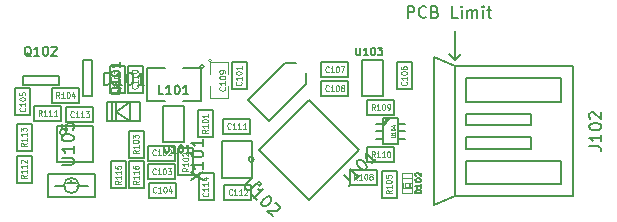
<source format=gto>
G04 (created by PCBNEW (2013-07-07 BZR 4022)-stable) date 15/02/2015 15:21:00*
%MOIN*%
G04 Gerber Fmt 3.4, Leading zero omitted, Abs format*
%FSLAX34Y34*%
G01*
G70*
G90*
G04 APERTURE LIST*
%ADD10C,0.00590551*%
%ADD11C,0.005*%
%ADD12C,0.0039*%
%ADD13C,0.006*%
%ADD14C,0.0026*%
%ADD15C,0.004*%
%ADD16C,0.0075*%
%ADD17C,0.008*%
%ADD18C,0.0043*%
%ADD19C,0.0045*%
%ADD20C,0.0024*%
G04 APERTURE END LIST*
G54D10*
G54D11*
X30071Y-15777D02*
X30071Y-16977D01*
X30071Y-16977D02*
X29771Y-16977D01*
X29771Y-16977D02*
X29771Y-15777D01*
X29771Y-15777D02*
X30071Y-15777D01*
X27746Y-16306D02*
X28946Y-16306D01*
X28946Y-16306D02*
X28946Y-16606D01*
X28946Y-16606D02*
X27746Y-16606D01*
X27746Y-16606D02*
X27746Y-16306D01*
X33125Y-18493D02*
X32425Y-18493D01*
X32425Y-18493D02*
X32425Y-17293D01*
X32425Y-17293D02*
X33125Y-17293D01*
X33125Y-17293D02*
X33125Y-18493D01*
X39059Y-15777D02*
X39759Y-15777D01*
X39759Y-15777D02*
X39759Y-16977D01*
X39759Y-16977D02*
X39059Y-16977D01*
X39059Y-16977D02*
X39059Y-15777D01*
G54D12*
X34041Y-15806D02*
G75*
G03X34041Y-15806I-50J0D01*
G74*
G01*
X33991Y-16256D02*
X33991Y-15856D01*
X33991Y-15856D02*
X34591Y-15856D01*
X34591Y-15856D02*
X34591Y-16256D01*
X34591Y-16656D02*
X34591Y-17056D01*
X34591Y-17056D02*
X33991Y-17056D01*
X33991Y-17056D02*
X33991Y-16656D01*
G54D11*
X28005Y-16715D02*
X28005Y-17615D01*
X28005Y-17615D02*
X27505Y-17615D01*
X27505Y-17615D02*
X27505Y-16715D01*
X27505Y-16715D02*
X28005Y-16715D01*
X38599Y-16982D02*
X37699Y-16982D01*
X37699Y-16982D02*
X37699Y-16482D01*
X37699Y-16482D02*
X38599Y-16482D01*
X38599Y-16482D02*
X38599Y-16982D01*
X38599Y-16352D02*
X37699Y-16352D01*
X37699Y-16352D02*
X37699Y-15852D01*
X37699Y-15852D02*
X38599Y-15852D01*
X38599Y-15852D02*
X38599Y-16352D01*
X40722Y-15849D02*
X40722Y-16749D01*
X40722Y-16749D02*
X40222Y-16749D01*
X40222Y-16749D02*
X40222Y-15849D01*
X40222Y-15849D02*
X40722Y-15849D01*
X38644Y-19435D02*
X39544Y-19435D01*
X39544Y-19435D02*
X39544Y-19935D01*
X39544Y-19935D02*
X38644Y-19935D01*
X38644Y-19935D02*
X38644Y-19435D01*
X39235Y-18687D02*
X40135Y-18687D01*
X40135Y-18687D02*
X40135Y-19187D01*
X40135Y-19187D02*
X39235Y-19187D01*
X39235Y-19187D02*
X39235Y-18687D01*
X39235Y-17112D02*
X40135Y-17112D01*
X40135Y-17112D02*
X40135Y-17612D01*
X40135Y-17612D02*
X39235Y-17612D01*
X39235Y-17612D02*
X39235Y-17112D01*
X31155Y-15967D02*
X31155Y-16867D01*
X31155Y-16867D02*
X30655Y-16867D01*
X30655Y-16867D02*
X30655Y-15967D01*
X30655Y-15967D02*
X31155Y-15967D01*
X31951Y-19868D02*
X32851Y-19868D01*
X32851Y-19868D02*
X32851Y-20368D01*
X32851Y-20368D02*
X31951Y-20368D01*
X31951Y-20368D02*
X31951Y-19868D01*
X28723Y-16718D02*
X29623Y-16718D01*
X29623Y-16718D02*
X29623Y-17218D01*
X29623Y-17218D02*
X28723Y-17218D01*
X28723Y-17218D02*
X28723Y-16718D01*
X31931Y-19257D02*
X32831Y-19257D01*
X32831Y-19257D02*
X32831Y-19757D01*
X32831Y-19757D02*
X31931Y-19757D01*
X31931Y-19757D02*
X31931Y-19257D01*
X32831Y-19127D02*
X31931Y-19127D01*
X31931Y-19127D02*
X31931Y-18627D01*
X31931Y-18627D02*
X32831Y-18627D01*
X32831Y-18627D02*
X32831Y-19127D01*
X32938Y-19623D02*
X32938Y-18723D01*
X32938Y-18723D02*
X33438Y-18723D01*
X33438Y-18723D02*
X33438Y-19623D01*
X33438Y-19623D02*
X32938Y-19623D01*
X31785Y-18132D02*
X31785Y-19032D01*
X31785Y-19032D02*
X31285Y-19032D01*
X31285Y-19032D02*
X31285Y-18132D01*
X31285Y-18132D02*
X31785Y-18132D01*
X35210Y-15849D02*
X35210Y-16749D01*
X35210Y-16749D02*
X34710Y-16749D01*
X34710Y-16749D02*
X34710Y-15849D01*
X34710Y-15849D02*
X35210Y-15849D01*
X33588Y-18343D02*
X33588Y-17443D01*
X33588Y-17443D02*
X34088Y-17443D01*
X34088Y-17443D02*
X34088Y-18343D01*
X34088Y-18343D02*
X33588Y-18343D01*
X40255Y-18149D02*
X40475Y-18149D01*
X39745Y-17974D02*
X40005Y-17714D01*
X39745Y-17914D02*
X39940Y-17714D01*
X40255Y-18404D02*
X40475Y-18404D01*
X40255Y-17894D02*
X40475Y-17894D01*
X39745Y-18149D02*
X39525Y-18149D01*
X39745Y-18404D02*
X39525Y-18404D01*
X39745Y-17894D02*
X39525Y-17894D01*
X40255Y-17714D02*
X40255Y-18584D01*
X40255Y-18584D02*
X39745Y-18584D01*
X39745Y-18584D02*
X39745Y-17714D01*
X39745Y-17714D02*
X40255Y-17714D01*
G54D10*
X35450Y-19085D02*
G75*
G03X35450Y-19085I-88J0D01*
G74*
G01*
X37283Y-17109D02*
X38953Y-18779D01*
X38953Y-18779D02*
X37283Y-20449D01*
X37283Y-20449D02*
X35613Y-18779D01*
X35613Y-18779D02*
X37283Y-17109D01*
X41456Y-15688D02*
X41456Y-20610D01*
X42145Y-20314D02*
X41456Y-20610D01*
X42145Y-15984D02*
X41456Y-15688D01*
X42145Y-15787D02*
X41948Y-15590D01*
X42145Y-14803D02*
X42145Y-15787D01*
X42145Y-15787D02*
X42342Y-15590D01*
X42539Y-19133D02*
X45688Y-19133D01*
X45688Y-19133D02*
X45688Y-19921D01*
X45688Y-19921D02*
X42539Y-19921D01*
X42539Y-19921D02*
X42539Y-19133D01*
X42539Y-18346D02*
X44704Y-18346D01*
X44704Y-18346D02*
X44704Y-18740D01*
X44704Y-18740D02*
X42539Y-18740D01*
X42539Y-18740D02*
X42539Y-18346D01*
X42539Y-17559D02*
X44704Y-17559D01*
X44704Y-17559D02*
X44704Y-17952D01*
X44704Y-17952D02*
X42539Y-17952D01*
X42539Y-17952D02*
X42539Y-17559D01*
X42539Y-16377D02*
X42539Y-17165D01*
X42539Y-17165D02*
X45688Y-17165D01*
X45688Y-17165D02*
X45688Y-16377D01*
X45688Y-16377D02*
X42539Y-16377D01*
X42145Y-15984D02*
X42145Y-20314D01*
X42145Y-20314D02*
X46082Y-20314D01*
X46082Y-20314D02*
X46082Y-15984D01*
X46082Y-15984D02*
X42145Y-15984D01*
X35965Y-17813D02*
X35258Y-17105D01*
X35258Y-17105D02*
X36496Y-15868D01*
X36496Y-15868D02*
X36849Y-15868D01*
X35965Y-17813D02*
X37203Y-16575D01*
X37203Y-16575D02*
X37203Y-16222D01*
G54D11*
X33796Y-15994D02*
G75*
G03X33796Y-15994I-70J0D01*
G74*
G01*
X33075Y-17144D02*
X33675Y-17144D01*
X33675Y-17144D02*
X33675Y-16044D01*
X33675Y-16044D02*
X33075Y-16044D01*
X32475Y-16044D02*
X31875Y-16044D01*
X31875Y-16044D02*
X31875Y-17144D01*
X31875Y-17144D02*
X32475Y-17144D01*
X30694Y-20056D02*
X30694Y-19156D01*
X30694Y-19156D02*
X31194Y-19156D01*
X31194Y-19156D02*
X31194Y-20056D01*
X31194Y-20056D02*
X30694Y-20056D01*
X31785Y-19156D02*
X31785Y-20056D01*
X31785Y-20056D02*
X31285Y-20056D01*
X31285Y-20056D02*
X31285Y-19156D01*
X31285Y-19156D02*
X31785Y-19156D01*
X29032Y-17809D02*
X28132Y-17809D01*
X28132Y-17809D02*
X28132Y-17309D01*
X28132Y-17309D02*
X29032Y-17309D01*
X29032Y-17309D02*
X29032Y-17809D01*
X27545Y-18796D02*
X27545Y-17896D01*
X27545Y-17896D02*
X28045Y-17896D01*
X28045Y-17896D02*
X28045Y-18796D01*
X28045Y-18796D02*
X27545Y-18796D01*
X28045Y-18959D02*
X28045Y-19859D01*
X28045Y-19859D02*
X27545Y-19859D01*
X27545Y-19859D02*
X27545Y-18959D01*
X27545Y-18959D02*
X28045Y-18959D01*
X35331Y-18242D02*
X34431Y-18242D01*
X34431Y-18242D02*
X34431Y-17742D01*
X34431Y-17742D02*
X35331Y-17742D01*
X35331Y-17742D02*
X35331Y-18242D01*
X31246Y-16867D02*
X31246Y-15967D01*
X31246Y-15967D02*
X31746Y-15967D01*
X31746Y-15967D02*
X31746Y-16867D01*
X31746Y-16867D02*
X31246Y-16867D01*
G54D13*
X29188Y-18182D02*
G75*
G03X29188Y-18182I-100J0D01*
G74*
G01*
X28888Y-19182D02*
X28888Y-17982D01*
X28888Y-17982D02*
X30088Y-17982D01*
X30088Y-17982D02*
X30088Y-19182D01*
X30088Y-19182D02*
X28888Y-19182D01*
G54D10*
X35700Y-19901D02*
G75*
G03X35700Y-19901I-70J0D01*
G74*
G01*
X34389Y-19724D02*
X34389Y-18464D01*
X34389Y-18464D02*
X35374Y-18464D01*
X35374Y-18464D02*
X35374Y-19724D01*
X35374Y-19724D02*
X34389Y-19724D01*
G54D11*
X35371Y-20446D02*
X34471Y-20446D01*
X34471Y-20446D02*
X34471Y-19946D01*
X34471Y-19946D02*
X35371Y-19946D01*
X35371Y-19946D02*
X35371Y-20446D01*
G54D10*
X30846Y-17500D02*
X31318Y-17185D01*
X31318Y-17185D02*
X31318Y-17814D01*
X31318Y-17814D02*
X30846Y-17500D01*
X30728Y-17185D02*
X30728Y-17814D01*
X30846Y-17185D02*
X30846Y-17814D01*
X30570Y-17185D02*
X31673Y-17185D01*
X31673Y-17185D02*
X31673Y-17814D01*
X31673Y-17814D02*
X30570Y-17814D01*
X30570Y-17814D02*
X30570Y-17185D01*
G54D11*
X40210Y-19471D02*
X40210Y-20371D01*
X40210Y-20371D02*
X39710Y-20371D01*
X39710Y-20371D02*
X39710Y-19471D01*
X39710Y-19471D02*
X40210Y-19471D01*
G54D14*
X40728Y-20058D02*
X40374Y-20058D01*
X40374Y-20058D02*
X40374Y-20215D01*
X40728Y-20215D02*
X40374Y-20215D01*
X40728Y-20058D02*
X40728Y-20215D01*
X40728Y-19547D02*
X40374Y-19547D01*
X40374Y-19547D02*
X40374Y-19704D01*
X40728Y-19704D02*
X40374Y-19704D01*
X40728Y-19547D02*
X40728Y-19704D01*
X40728Y-19881D02*
X40669Y-19881D01*
X40669Y-19881D02*
X40669Y-19999D01*
X40728Y-19999D02*
X40669Y-19999D01*
X40728Y-19881D02*
X40728Y-19999D01*
X40433Y-19881D02*
X40374Y-19881D01*
X40374Y-19881D02*
X40374Y-19999D01*
X40433Y-19999D02*
X40374Y-19999D01*
X40433Y-19881D02*
X40433Y-19999D01*
X40610Y-19881D02*
X40492Y-19881D01*
X40492Y-19881D02*
X40492Y-19999D01*
X40610Y-19999D02*
X40492Y-19999D01*
X40610Y-19881D02*
X40610Y-19999D01*
G54D15*
X40708Y-20058D02*
X40708Y-19704D01*
X40394Y-20058D02*
X40394Y-19704D01*
G54D11*
X30095Y-17848D02*
X29195Y-17848D01*
X29195Y-17848D02*
X29195Y-17348D01*
X29195Y-17348D02*
X30095Y-17348D01*
X30095Y-17348D02*
X30095Y-17848D01*
X34108Y-19550D02*
X34108Y-20450D01*
X34108Y-20450D02*
X33608Y-20450D01*
X33608Y-20450D02*
X33608Y-19550D01*
X33608Y-19550D02*
X34108Y-19550D01*
G54D10*
X29370Y-19763D02*
X29370Y-19881D01*
X29212Y-19881D02*
X29527Y-19881D01*
X29566Y-19960D02*
X29921Y-19960D01*
X28818Y-19960D02*
X29173Y-19960D01*
X29622Y-19960D02*
G75*
G03X29622Y-19960I-252J0D01*
G74*
G01*
X28582Y-19566D02*
X30157Y-19566D01*
X30157Y-19566D02*
X30157Y-20354D01*
X30157Y-20354D02*
X28582Y-20354D01*
X28582Y-20354D02*
X28582Y-19566D01*
G54D16*
X31021Y-16692D02*
X31006Y-16720D01*
X30978Y-16749D01*
X30935Y-16792D01*
X30921Y-16820D01*
X30921Y-16849D01*
X30992Y-16835D02*
X30978Y-16863D01*
X30949Y-16892D01*
X30892Y-16906D01*
X30792Y-16906D01*
X30735Y-16892D01*
X30706Y-16863D01*
X30692Y-16835D01*
X30692Y-16777D01*
X30706Y-16749D01*
X30735Y-16720D01*
X30792Y-16706D01*
X30892Y-16706D01*
X30949Y-16720D01*
X30978Y-16749D01*
X30992Y-16777D01*
X30992Y-16835D01*
X30992Y-16420D02*
X30992Y-16592D01*
X30992Y-16506D02*
X30692Y-16506D01*
X30735Y-16535D01*
X30764Y-16563D01*
X30778Y-16592D01*
X30692Y-16235D02*
X30692Y-16206D01*
X30706Y-16177D01*
X30721Y-16163D01*
X30749Y-16149D01*
X30806Y-16135D01*
X30878Y-16135D01*
X30935Y-16149D01*
X30964Y-16163D01*
X30978Y-16177D01*
X30992Y-16206D01*
X30992Y-16235D01*
X30978Y-16263D01*
X30964Y-16277D01*
X30935Y-16292D01*
X30878Y-16306D01*
X30806Y-16306D01*
X30749Y-16292D01*
X30721Y-16277D01*
X30706Y-16263D01*
X30692Y-16235D01*
X30992Y-15849D02*
X30992Y-16020D01*
X30992Y-15935D02*
X30692Y-15935D01*
X30735Y-15963D01*
X30764Y-15992D01*
X30778Y-16020D01*
G54D17*
G54D16*
X28032Y-15656D02*
X28003Y-15642D01*
X27975Y-15613D01*
X27932Y-15570D01*
X27903Y-15556D01*
X27875Y-15556D01*
X27889Y-15628D02*
X27860Y-15613D01*
X27832Y-15585D01*
X27817Y-15528D01*
X27817Y-15428D01*
X27832Y-15370D01*
X27860Y-15342D01*
X27889Y-15328D01*
X27946Y-15328D01*
X27975Y-15342D01*
X28003Y-15370D01*
X28017Y-15428D01*
X28017Y-15528D01*
X28003Y-15585D01*
X27975Y-15613D01*
X27946Y-15628D01*
X27889Y-15628D01*
X28303Y-15628D02*
X28132Y-15628D01*
X28217Y-15628D02*
X28217Y-15328D01*
X28189Y-15370D01*
X28160Y-15399D01*
X28132Y-15413D01*
X28489Y-15328D02*
X28517Y-15328D01*
X28546Y-15342D01*
X28560Y-15356D01*
X28575Y-15385D01*
X28589Y-15442D01*
X28589Y-15513D01*
X28575Y-15570D01*
X28560Y-15599D01*
X28546Y-15613D01*
X28517Y-15628D01*
X28489Y-15628D01*
X28460Y-15613D01*
X28446Y-15599D01*
X28432Y-15570D01*
X28417Y-15513D01*
X28417Y-15442D01*
X28432Y-15385D01*
X28446Y-15356D01*
X28460Y-15342D01*
X28489Y-15328D01*
X28703Y-15356D02*
X28717Y-15342D01*
X28746Y-15328D01*
X28817Y-15328D01*
X28846Y-15342D01*
X28860Y-15356D01*
X28875Y-15385D01*
X28875Y-15413D01*
X28860Y-15456D01*
X28689Y-15628D01*
X28875Y-15628D01*
G54D17*
G54D11*
X32465Y-18610D02*
X32465Y-18813D01*
X32476Y-18837D01*
X32488Y-18848D01*
X32512Y-18860D01*
X32560Y-18860D01*
X32584Y-18848D01*
X32595Y-18837D01*
X32607Y-18813D01*
X32607Y-18610D01*
X32857Y-18860D02*
X32715Y-18860D01*
X32786Y-18860D02*
X32786Y-18610D01*
X32762Y-18646D01*
X32738Y-18670D01*
X32715Y-18682D01*
X33012Y-18610D02*
X33036Y-18610D01*
X33060Y-18622D01*
X33072Y-18634D01*
X33084Y-18658D01*
X33095Y-18706D01*
X33095Y-18765D01*
X33084Y-18813D01*
X33072Y-18837D01*
X33060Y-18848D01*
X33036Y-18860D01*
X33012Y-18860D01*
X32988Y-18848D01*
X32976Y-18837D01*
X32965Y-18813D01*
X32953Y-18765D01*
X32953Y-18706D01*
X32965Y-18658D01*
X32976Y-18634D01*
X32988Y-18622D01*
X33012Y-18610D01*
X33334Y-18860D02*
X33191Y-18860D01*
X33262Y-18860D02*
X33262Y-18610D01*
X33238Y-18646D01*
X33215Y-18670D01*
X33191Y-18682D01*
X38862Y-15363D02*
X38862Y-15565D01*
X38874Y-15589D01*
X38886Y-15601D01*
X38910Y-15613D01*
X38958Y-15613D01*
X38981Y-15601D01*
X38993Y-15589D01*
X39005Y-15565D01*
X39005Y-15363D01*
X39255Y-15613D02*
X39112Y-15613D01*
X39184Y-15613D02*
X39184Y-15363D01*
X39160Y-15398D01*
X39136Y-15422D01*
X39112Y-15434D01*
X39410Y-15363D02*
X39434Y-15363D01*
X39458Y-15375D01*
X39470Y-15386D01*
X39481Y-15410D01*
X39493Y-15458D01*
X39493Y-15517D01*
X39481Y-15565D01*
X39470Y-15589D01*
X39458Y-15601D01*
X39434Y-15613D01*
X39410Y-15613D01*
X39386Y-15601D01*
X39374Y-15589D01*
X39362Y-15565D01*
X39350Y-15517D01*
X39350Y-15458D01*
X39362Y-15410D01*
X39374Y-15386D01*
X39386Y-15375D01*
X39410Y-15363D01*
X39577Y-15363D02*
X39731Y-15363D01*
X39648Y-15458D01*
X39684Y-15458D01*
X39708Y-15470D01*
X39720Y-15482D01*
X39731Y-15506D01*
X39731Y-15565D01*
X39720Y-15589D01*
X39708Y-15601D01*
X39684Y-15613D01*
X39612Y-15613D01*
X39589Y-15601D01*
X39577Y-15589D01*
G54D18*
X34477Y-16677D02*
X34486Y-16686D01*
X34496Y-16714D01*
X34496Y-16733D01*
X34486Y-16761D01*
X34467Y-16780D01*
X34449Y-16789D01*
X34411Y-16799D01*
X34383Y-16799D01*
X34345Y-16789D01*
X34327Y-16780D01*
X34308Y-16761D01*
X34299Y-16733D01*
X34299Y-16714D01*
X34308Y-16686D01*
X34317Y-16677D01*
X34496Y-16489D02*
X34496Y-16602D01*
X34496Y-16545D02*
X34299Y-16545D01*
X34327Y-16564D01*
X34345Y-16583D01*
X34355Y-16602D01*
X34299Y-16367D02*
X34299Y-16348D01*
X34308Y-16330D01*
X34317Y-16320D01*
X34336Y-16311D01*
X34374Y-16301D01*
X34421Y-16301D01*
X34458Y-16311D01*
X34477Y-16320D01*
X34486Y-16330D01*
X34496Y-16348D01*
X34496Y-16367D01*
X34486Y-16386D01*
X34477Y-16395D01*
X34458Y-16405D01*
X34421Y-16414D01*
X34374Y-16414D01*
X34336Y-16405D01*
X34317Y-16395D01*
X34308Y-16386D01*
X34299Y-16367D01*
X34496Y-16208D02*
X34496Y-16170D01*
X34486Y-16151D01*
X34477Y-16142D01*
X34449Y-16123D01*
X34411Y-16114D01*
X34336Y-16114D01*
X34317Y-16123D01*
X34308Y-16133D01*
X34299Y-16151D01*
X34299Y-16189D01*
X34308Y-16208D01*
X34317Y-16217D01*
X34336Y-16226D01*
X34383Y-16226D01*
X34402Y-16217D01*
X34411Y-16208D01*
X34421Y-16189D01*
X34421Y-16151D01*
X34411Y-16133D01*
X34402Y-16123D01*
X34383Y-16114D01*
G54D19*
X27817Y-17366D02*
X27827Y-17375D01*
X27836Y-17401D01*
X27836Y-17418D01*
X27827Y-17443D01*
X27808Y-17461D01*
X27789Y-17469D01*
X27751Y-17478D01*
X27722Y-17478D01*
X27684Y-17469D01*
X27665Y-17461D01*
X27646Y-17443D01*
X27636Y-17418D01*
X27636Y-17401D01*
X27646Y-17375D01*
X27655Y-17366D01*
X27836Y-17195D02*
X27836Y-17298D01*
X27836Y-17246D02*
X27636Y-17246D01*
X27665Y-17263D01*
X27684Y-17281D01*
X27694Y-17298D01*
X27636Y-17083D02*
X27636Y-17066D01*
X27646Y-17049D01*
X27655Y-17041D01*
X27674Y-17032D01*
X27713Y-17023D01*
X27760Y-17023D01*
X27798Y-17032D01*
X27817Y-17041D01*
X27827Y-17049D01*
X27836Y-17066D01*
X27836Y-17083D01*
X27827Y-17101D01*
X27817Y-17109D01*
X27798Y-17118D01*
X27760Y-17126D01*
X27713Y-17126D01*
X27674Y-17118D01*
X27655Y-17109D01*
X27646Y-17101D01*
X27636Y-17083D01*
X27636Y-16861D02*
X27636Y-16946D01*
X27732Y-16955D01*
X27722Y-16946D01*
X27713Y-16929D01*
X27713Y-16886D01*
X27722Y-16869D01*
X27732Y-16861D01*
X27751Y-16852D01*
X27798Y-16852D01*
X27817Y-16861D01*
X27827Y-16869D01*
X27836Y-16886D01*
X27836Y-16929D01*
X27827Y-16946D01*
X27817Y-16955D01*
X37948Y-16794D02*
X37939Y-16803D01*
X37913Y-16813D01*
X37896Y-16813D01*
X37871Y-16803D01*
X37853Y-16784D01*
X37845Y-16765D01*
X37836Y-16727D01*
X37836Y-16698D01*
X37845Y-16660D01*
X37853Y-16641D01*
X37871Y-16622D01*
X37896Y-16613D01*
X37913Y-16613D01*
X37939Y-16622D01*
X37948Y-16632D01*
X38119Y-16813D02*
X38016Y-16813D01*
X38068Y-16813D02*
X38068Y-16613D01*
X38051Y-16641D01*
X38033Y-16660D01*
X38016Y-16670D01*
X38231Y-16613D02*
X38248Y-16613D01*
X38265Y-16622D01*
X38273Y-16632D01*
X38282Y-16651D01*
X38291Y-16689D01*
X38291Y-16737D01*
X38282Y-16775D01*
X38273Y-16794D01*
X38265Y-16803D01*
X38248Y-16813D01*
X38231Y-16813D01*
X38213Y-16803D01*
X38205Y-16794D01*
X38196Y-16775D01*
X38188Y-16737D01*
X38188Y-16689D01*
X38196Y-16651D01*
X38205Y-16632D01*
X38213Y-16622D01*
X38231Y-16613D01*
X38393Y-16698D02*
X38376Y-16689D01*
X38368Y-16679D01*
X38359Y-16660D01*
X38359Y-16651D01*
X38368Y-16632D01*
X38376Y-16622D01*
X38393Y-16613D01*
X38428Y-16613D01*
X38445Y-16622D01*
X38453Y-16632D01*
X38462Y-16651D01*
X38462Y-16660D01*
X38453Y-16679D01*
X38445Y-16689D01*
X38428Y-16698D01*
X38393Y-16698D01*
X38376Y-16708D01*
X38368Y-16717D01*
X38359Y-16737D01*
X38359Y-16775D01*
X38368Y-16794D01*
X38376Y-16803D01*
X38393Y-16813D01*
X38428Y-16813D01*
X38445Y-16803D01*
X38453Y-16794D01*
X38462Y-16775D01*
X38462Y-16737D01*
X38453Y-16717D01*
X38445Y-16708D01*
X38428Y-16698D01*
X37948Y-16164D02*
X37939Y-16173D01*
X37913Y-16183D01*
X37896Y-16183D01*
X37871Y-16173D01*
X37853Y-16154D01*
X37845Y-16135D01*
X37836Y-16097D01*
X37836Y-16069D01*
X37845Y-16030D01*
X37853Y-16011D01*
X37871Y-15992D01*
X37896Y-15983D01*
X37913Y-15983D01*
X37939Y-15992D01*
X37948Y-16002D01*
X38119Y-16183D02*
X38016Y-16183D01*
X38068Y-16183D02*
X38068Y-15983D01*
X38051Y-16011D01*
X38033Y-16030D01*
X38016Y-16040D01*
X38231Y-15983D02*
X38248Y-15983D01*
X38265Y-15992D01*
X38273Y-16002D01*
X38282Y-16021D01*
X38291Y-16059D01*
X38291Y-16107D01*
X38282Y-16145D01*
X38273Y-16164D01*
X38265Y-16173D01*
X38248Y-16183D01*
X38231Y-16183D01*
X38213Y-16173D01*
X38205Y-16164D01*
X38196Y-16145D01*
X38188Y-16107D01*
X38188Y-16059D01*
X38196Y-16021D01*
X38205Y-16002D01*
X38213Y-15992D01*
X38231Y-15983D01*
X38351Y-15983D02*
X38471Y-15983D01*
X38393Y-16183D01*
X40534Y-16500D02*
X40543Y-16509D01*
X40553Y-16534D01*
X40553Y-16552D01*
X40543Y-16577D01*
X40524Y-16594D01*
X40505Y-16603D01*
X40467Y-16612D01*
X40439Y-16612D01*
X40401Y-16603D01*
X40381Y-16594D01*
X40362Y-16577D01*
X40353Y-16552D01*
X40353Y-16534D01*
X40362Y-16509D01*
X40372Y-16500D01*
X40553Y-16329D02*
X40553Y-16432D01*
X40553Y-16380D02*
X40353Y-16380D01*
X40381Y-16397D01*
X40401Y-16414D01*
X40410Y-16432D01*
X40353Y-16217D02*
X40353Y-16200D01*
X40362Y-16183D01*
X40372Y-16174D01*
X40391Y-16166D01*
X40429Y-16157D01*
X40477Y-16157D01*
X40515Y-16166D01*
X40534Y-16174D01*
X40543Y-16183D01*
X40553Y-16200D01*
X40553Y-16217D01*
X40543Y-16234D01*
X40534Y-16243D01*
X40515Y-16252D01*
X40477Y-16260D01*
X40429Y-16260D01*
X40391Y-16252D01*
X40372Y-16243D01*
X40362Y-16234D01*
X40353Y-16217D01*
X40353Y-16003D02*
X40353Y-16037D01*
X40362Y-16054D01*
X40372Y-16063D01*
X40401Y-16080D01*
X40439Y-16089D01*
X40515Y-16089D01*
X40534Y-16080D01*
X40543Y-16072D01*
X40553Y-16054D01*
X40553Y-16020D01*
X40543Y-16003D01*
X40534Y-15994D01*
X40515Y-15986D01*
X40467Y-15986D01*
X40448Y-15994D01*
X40439Y-16003D01*
X40429Y-16020D01*
X40429Y-16054D01*
X40439Y-16072D01*
X40448Y-16080D01*
X40467Y-16089D01*
X38893Y-19765D02*
X38833Y-19670D01*
X38790Y-19765D02*
X38790Y-19565D01*
X38858Y-19565D01*
X38875Y-19575D01*
X38884Y-19585D01*
X38893Y-19604D01*
X38893Y-19632D01*
X38884Y-19651D01*
X38875Y-19661D01*
X38858Y-19670D01*
X38790Y-19670D01*
X39064Y-19765D02*
X38961Y-19765D01*
X39013Y-19765D02*
X39013Y-19565D01*
X38995Y-19594D01*
X38978Y-19613D01*
X38961Y-19623D01*
X39175Y-19565D02*
X39193Y-19565D01*
X39210Y-19575D01*
X39218Y-19585D01*
X39227Y-19604D01*
X39235Y-19642D01*
X39235Y-19689D01*
X39227Y-19727D01*
X39218Y-19746D01*
X39210Y-19756D01*
X39193Y-19765D01*
X39175Y-19765D01*
X39158Y-19756D01*
X39150Y-19746D01*
X39141Y-19727D01*
X39133Y-19689D01*
X39133Y-19642D01*
X39141Y-19604D01*
X39150Y-19585D01*
X39158Y-19575D01*
X39175Y-19565D01*
X39338Y-19651D02*
X39321Y-19642D01*
X39313Y-19632D01*
X39304Y-19613D01*
X39304Y-19604D01*
X39313Y-19585D01*
X39321Y-19575D01*
X39338Y-19565D01*
X39373Y-19565D01*
X39390Y-19575D01*
X39398Y-19585D01*
X39407Y-19604D01*
X39407Y-19613D01*
X39398Y-19632D01*
X39390Y-19642D01*
X39373Y-19651D01*
X39338Y-19651D01*
X39321Y-19661D01*
X39313Y-19670D01*
X39304Y-19689D01*
X39304Y-19727D01*
X39313Y-19746D01*
X39321Y-19756D01*
X39338Y-19765D01*
X39373Y-19765D01*
X39390Y-19756D01*
X39398Y-19746D01*
X39407Y-19727D01*
X39407Y-19689D01*
X39398Y-19670D01*
X39390Y-19661D01*
X39373Y-19651D01*
X39483Y-19017D02*
X39423Y-18922D01*
X39380Y-19017D02*
X39380Y-18817D01*
X39449Y-18817D01*
X39466Y-18827D01*
X39475Y-18837D01*
X39483Y-18856D01*
X39483Y-18884D01*
X39475Y-18903D01*
X39466Y-18913D01*
X39449Y-18922D01*
X39380Y-18922D01*
X39655Y-19017D02*
X39552Y-19017D01*
X39603Y-19017D02*
X39603Y-18817D01*
X39586Y-18846D01*
X39569Y-18865D01*
X39552Y-18875D01*
X39826Y-19017D02*
X39723Y-19017D01*
X39775Y-19017D02*
X39775Y-18817D01*
X39757Y-18846D01*
X39740Y-18865D01*
X39723Y-18875D01*
X39937Y-18817D02*
X39955Y-18817D01*
X39972Y-18827D01*
X39980Y-18837D01*
X39989Y-18856D01*
X39997Y-18894D01*
X39997Y-18941D01*
X39989Y-18979D01*
X39980Y-18998D01*
X39972Y-19008D01*
X39955Y-19017D01*
X39937Y-19017D01*
X39920Y-19008D01*
X39912Y-18998D01*
X39903Y-18979D01*
X39895Y-18941D01*
X39895Y-18894D01*
X39903Y-18856D01*
X39912Y-18837D01*
X39920Y-18827D01*
X39937Y-18817D01*
X39483Y-17443D02*
X39423Y-17347D01*
X39380Y-17443D02*
X39380Y-17243D01*
X39449Y-17243D01*
X39466Y-17252D01*
X39475Y-17262D01*
X39483Y-17281D01*
X39483Y-17309D01*
X39475Y-17328D01*
X39466Y-17338D01*
X39449Y-17347D01*
X39380Y-17347D01*
X39655Y-17443D02*
X39552Y-17443D01*
X39603Y-17443D02*
X39603Y-17243D01*
X39586Y-17271D01*
X39569Y-17290D01*
X39552Y-17300D01*
X39766Y-17243D02*
X39783Y-17243D01*
X39800Y-17252D01*
X39809Y-17262D01*
X39817Y-17281D01*
X39826Y-17319D01*
X39826Y-17366D01*
X39817Y-17405D01*
X39809Y-17424D01*
X39800Y-17433D01*
X39783Y-17443D01*
X39766Y-17443D01*
X39749Y-17433D01*
X39740Y-17424D01*
X39732Y-17405D01*
X39723Y-17366D01*
X39723Y-17319D01*
X39732Y-17281D01*
X39740Y-17262D01*
X39749Y-17252D01*
X39766Y-17243D01*
X39912Y-17443D02*
X39946Y-17443D01*
X39963Y-17433D01*
X39972Y-17424D01*
X39989Y-17395D01*
X39997Y-17357D01*
X39997Y-17281D01*
X39989Y-17262D01*
X39980Y-17252D01*
X39963Y-17243D01*
X39929Y-17243D01*
X39912Y-17252D01*
X39903Y-17262D01*
X39895Y-17281D01*
X39895Y-17328D01*
X39903Y-17347D01*
X39912Y-17357D01*
X39929Y-17366D01*
X39963Y-17366D01*
X39980Y-17357D01*
X39989Y-17347D01*
X39997Y-17328D01*
X30986Y-16618D02*
X30891Y-16678D01*
X30986Y-16721D02*
X30786Y-16721D01*
X30786Y-16653D01*
X30795Y-16635D01*
X30805Y-16627D01*
X30824Y-16618D01*
X30853Y-16618D01*
X30872Y-16627D01*
X30881Y-16635D01*
X30891Y-16653D01*
X30891Y-16721D01*
X30986Y-16447D02*
X30986Y-16550D01*
X30986Y-16498D02*
X30786Y-16498D01*
X30815Y-16515D01*
X30834Y-16533D01*
X30843Y-16550D01*
X30786Y-16335D02*
X30786Y-16318D01*
X30795Y-16301D01*
X30805Y-16293D01*
X30824Y-16284D01*
X30862Y-16275D01*
X30910Y-16275D01*
X30948Y-16284D01*
X30967Y-16293D01*
X30976Y-16301D01*
X30986Y-16318D01*
X30986Y-16335D01*
X30976Y-16353D01*
X30967Y-16361D01*
X30948Y-16370D01*
X30910Y-16378D01*
X30862Y-16378D01*
X30824Y-16370D01*
X30805Y-16361D01*
X30795Y-16353D01*
X30786Y-16335D01*
X30786Y-16215D02*
X30786Y-16095D01*
X30986Y-16173D01*
X32200Y-20180D02*
X32191Y-20189D01*
X32165Y-20199D01*
X32148Y-20199D01*
X32123Y-20189D01*
X32105Y-20170D01*
X32097Y-20151D01*
X32088Y-20113D01*
X32088Y-20084D01*
X32097Y-20046D01*
X32105Y-20027D01*
X32123Y-20008D01*
X32148Y-19999D01*
X32165Y-19999D01*
X32191Y-20008D01*
X32200Y-20018D01*
X32371Y-20199D02*
X32268Y-20199D01*
X32320Y-20199D02*
X32320Y-19999D01*
X32303Y-20027D01*
X32285Y-20046D01*
X32268Y-20056D01*
X32483Y-19999D02*
X32500Y-19999D01*
X32517Y-20008D01*
X32525Y-20018D01*
X32534Y-20037D01*
X32543Y-20075D01*
X32543Y-20122D01*
X32534Y-20160D01*
X32525Y-20180D01*
X32517Y-20189D01*
X32500Y-20199D01*
X32483Y-20199D01*
X32465Y-20189D01*
X32457Y-20180D01*
X32448Y-20160D01*
X32440Y-20122D01*
X32440Y-20075D01*
X32448Y-20037D01*
X32457Y-20018D01*
X32465Y-20008D01*
X32483Y-19999D01*
X32697Y-20065D02*
X32697Y-20199D01*
X32654Y-19989D02*
X32611Y-20132D01*
X32723Y-20132D01*
X28971Y-17049D02*
X28911Y-16954D01*
X28868Y-17049D02*
X28868Y-16849D01*
X28937Y-16849D01*
X28954Y-16858D01*
X28963Y-16868D01*
X28971Y-16887D01*
X28971Y-16916D01*
X28963Y-16935D01*
X28954Y-16944D01*
X28937Y-16954D01*
X28868Y-16954D01*
X29143Y-17049D02*
X29040Y-17049D01*
X29091Y-17049D02*
X29091Y-16849D01*
X29074Y-16878D01*
X29057Y-16897D01*
X29040Y-16906D01*
X29254Y-16849D02*
X29271Y-16849D01*
X29288Y-16858D01*
X29297Y-16868D01*
X29306Y-16887D01*
X29314Y-16925D01*
X29314Y-16973D01*
X29306Y-17011D01*
X29297Y-17030D01*
X29288Y-17039D01*
X29271Y-17049D01*
X29254Y-17049D01*
X29237Y-17039D01*
X29228Y-17030D01*
X29220Y-17011D01*
X29211Y-16973D01*
X29211Y-16925D01*
X29220Y-16887D01*
X29228Y-16868D01*
X29237Y-16858D01*
X29254Y-16849D01*
X29468Y-16916D02*
X29468Y-17049D01*
X29426Y-16839D02*
X29383Y-16982D01*
X29494Y-16982D01*
X32180Y-19569D02*
X32171Y-19579D01*
X32146Y-19588D01*
X32129Y-19588D01*
X32103Y-19579D01*
X32086Y-19560D01*
X32077Y-19541D01*
X32069Y-19503D01*
X32069Y-19474D01*
X32077Y-19436D01*
X32086Y-19417D01*
X32103Y-19398D01*
X32129Y-19388D01*
X32146Y-19388D01*
X32171Y-19398D01*
X32180Y-19407D01*
X32351Y-19588D02*
X32249Y-19588D01*
X32300Y-19588D02*
X32300Y-19388D01*
X32283Y-19417D01*
X32266Y-19436D01*
X32249Y-19445D01*
X32463Y-19388D02*
X32480Y-19388D01*
X32497Y-19398D01*
X32506Y-19407D01*
X32514Y-19426D01*
X32523Y-19465D01*
X32523Y-19512D01*
X32514Y-19550D01*
X32506Y-19569D01*
X32497Y-19579D01*
X32480Y-19588D01*
X32463Y-19588D01*
X32446Y-19579D01*
X32437Y-19569D01*
X32429Y-19550D01*
X32420Y-19512D01*
X32420Y-19465D01*
X32429Y-19426D01*
X32437Y-19407D01*
X32446Y-19398D01*
X32463Y-19388D01*
X32583Y-19388D02*
X32694Y-19388D01*
X32634Y-19465D01*
X32660Y-19465D01*
X32677Y-19474D01*
X32686Y-19484D01*
X32694Y-19503D01*
X32694Y-19550D01*
X32686Y-19569D01*
X32677Y-19579D01*
X32660Y-19588D01*
X32609Y-19588D01*
X32591Y-19579D01*
X32583Y-19569D01*
X32180Y-18939D02*
X32171Y-18949D01*
X32146Y-18958D01*
X32129Y-18958D01*
X32103Y-18949D01*
X32086Y-18930D01*
X32077Y-18911D01*
X32069Y-18873D01*
X32069Y-18844D01*
X32077Y-18806D01*
X32086Y-18787D01*
X32103Y-18768D01*
X32129Y-18758D01*
X32146Y-18758D01*
X32171Y-18768D01*
X32180Y-18777D01*
X32351Y-18958D02*
X32249Y-18958D01*
X32300Y-18958D02*
X32300Y-18758D01*
X32283Y-18787D01*
X32266Y-18806D01*
X32249Y-18816D01*
X32463Y-18758D02*
X32480Y-18758D01*
X32497Y-18768D01*
X32506Y-18777D01*
X32514Y-18797D01*
X32523Y-18835D01*
X32523Y-18882D01*
X32514Y-18920D01*
X32506Y-18939D01*
X32497Y-18949D01*
X32480Y-18958D01*
X32463Y-18958D01*
X32446Y-18949D01*
X32437Y-18939D01*
X32429Y-18920D01*
X32420Y-18882D01*
X32420Y-18835D01*
X32429Y-18797D01*
X32437Y-18777D01*
X32446Y-18768D01*
X32463Y-18758D01*
X32591Y-18777D02*
X32600Y-18768D01*
X32617Y-18758D01*
X32660Y-18758D01*
X32677Y-18768D01*
X32686Y-18777D01*
X32694Y-18797D01*
X32694Y-18816D01*
X32686Y-18844D01*
X32583Y-18958D01*
X32694Y-18958D01*
X33269Y-19374D02*
X33174Y-19434D01*
X33269Y-19477D02*
X33069Y-19477D01*
X33069Y-19408D01*
X33079Y-19391D01*
X33088Y-19383D01*
X33108Y-19374D01*
X33136Y-19374D01*
X33155Y-19383D01*
X33165Y-19391D01*
X33174Y-19408D01*
X33174Y-19477D01*
X33269Y-19203D02*
X33269Y-19306D01*
X33269Y-19254D02*
X33069Y-19254D01*
X33098Y-19271D01*
X33117Y-19288D01*
X33127Y-19306D01*
X33069Y-19091D02*
X33069Y-19074D01*
X33079Y-19057D01*
X33088Y-19048D01*
X33108Y-19040D01*
X33146Y-19031D01*
X33193Y-19031D01*
X33231Y-19040D01*
X33250Y-19048D01*
X33260Y-19057D01*
X33269Y-19074D01*
X33269Y-19091D01*
X33260Y-19108D01*
X33250Y-19117D01*
X33231Y-19126D01*
X33193Y-19134D01*
X33146Y-19134D01*
X33108Y-19126D01*
X33088Y-19117D01*
X33079Y-19108D01*
X33069Y-19091D01*
X33088Y-18963D02*
X33079Y-18954D01*
X33069Y-18937D01*
X33069Y-18894D01*
X33079Y-18877D01*
X33088Y-18868D01*
X33108Y-18860D01*
X33127Y-18860D01*
X33155Y-18868D01*
X33269Y-18971D01*
X33269Y-18860D01*
X31616Y-18784D02*
X31521Y-18844D01*
X31616Y-18886D02*
X31416Y-18886D01*
X31416Y-18818D01*
X31425Y-18801D01*
X31435Y-18792D01*
X31454Y-18784D01*
X31483Y-18784D01*
X31502Y-18792D01*
X31511Y-18801D01*
X31521Y-18818D01*
X31521Y-18886D01*
X31616Y-18612D02*
X31616Y-18715D01*
X31616Y-18664D02*
X31416Y-18664D01*
X31444Y-18681D01*
X31464Y-18698D01*
X31473Y-18715D01*
X31416Y-18501D02*
X31416Y-18484D01*
X31425Y-18466D01*
X31435Y-18458D01*
X31454Y-18449D01*
X31492Y-18441D01*
X31540Y-18441D01*
X31578Y-18449D01*
X31597Y-18458D01*
X31606Y-18466D01*
X31616Y-18484D01*
X31616Y-18501D01*
X31606Y-18518D01*
X31597Y-18526D01*
X31578Y-18535D01*
X31540Y-18544D01*
X31492Y-18544D01*
X31454Y-18535D01*
X31435Y-18526D01*
X31425Y-18518D01*
X31416Y-18501D01*
X31416Y-18381D02*
X31416Y-18269D01*
X31492Y-18329D01*
X31492Y-18304D01*
X31502Y-18286D01*
X31511Y-18278D01*
X31530Y-18269D01*
X31578Y-18269D01*
X31597Y-18278D01*
X31606Y-18286D01*
X31616Y-18304D01*
X31616Y-18355D01*
X31606Y-18372D01*
X31597Y-18381D01*
X35022Y-16500D02*
X35032Y-16509D01*
X35041Y-16534D01*
X35041Y-16552D01*
X35032Y-16577D01*
X35013Y-16594D01*
X34993Y-16603D01*
X34955Y-16612D01*
X34927Y-16612D01*
X34889Y-16603D01*
X34870Y-16594D01*
X34851Y-16577D01*
X34841Y-16552D01*
X34841Y-16534D01*
X34851Y-16509D01*
X34860Y-16500D01*
X35041Y-16329D02*
X35041Y-16432D01*
X35041Y-16380D02*
X34841Y-16380D01*
X34870Y-16397D01*
X34889Y-16414D01*
X34898Y-16432D01*
X34841Y-16217D02*
X34841Y-16200D01*
X34851Y-16183D01*
X34860Y-16174D01*
X34879Y-16166D01*
X34917Y-16157D01*
X34965Y-16157D01*
X35003Y-16166D01*
X35022Y-16174D01*
X35032Y-16183D01*
X35041Y-16200D01*
X35041Y-16217D01*
X35032Y-16234D01*
X35022Y-16243D01*
X35003Y-16252D01*
X34965Y-16260D01*
X34917Y-16260D01*
X34879Y-16252D01*
X34860Y-16243D01*
X34851Y-16234D01*
X34841Y-16217D01*
X35041Y-15986D02*
X35041Y-16089D01*
X35041Y-16037D02*
X34841Y-16037D01*
X34870Y-16054D01*
X34889Y-16072D01*
X34898Y-16089D01*
X33919Y-18095D02*
X33824Y-18155D01*
X33919Y-18197D02*
X33719Y-18197D01*
X33719Y-18129D01*
X33729Y-18112D01*
X33738Y-18103D01*
X33757Y-18095D01*
X33786Y-18095D01*
X33805Y-18103D01*
X33814Y-18112D01*
X33824Y-18129D01*
X33824Y-18197D01*
X33919Y-17923D02*
X33919Y-18026D01*
X33919Y-17975D02*
X33719Y-17975D01*
X33748Y-17992D01*
X33767Y-18009D01*
X33776Y-18026D01*
X33719Y-17812D02*
X33719Y-17795D01*
X33729Y-17777D01*
X33738Y-17769D01*
X33757Y-17760D01*
X33795Y-17752D01*
X33843Y-17752D01*
X33881Y-17760D01*
X33900Y-17769D01*
X33910Y-17777D01*
X33919Y-17795D01*
X33919Y-17812D01*
X33910Y-17829D01*
X33900Y-17837D01*
X33881Y-17846D01*
X33843Y-17855D01*
X33795Y-17855D01*
X33757Y-17846D01*
X33738Y-17837D01*
X33729Y-17829D01*
X33719Y-17812D01*
X33919Y-17580D02*
X33919Y-17683D01*
X33919Y-17632D02*
X33719Y-17632D01*
X33748Y-17649D01*
X33767Y-17666D01*
X33776Y-17683D01*
G54D20*
X40039Y-18351D02*
X40135Y-18351D01*
X40146Y-18346D01*
X40152Y-18340D01*
X40157Y-18329D01*
X40157Y-18306D01*
X40152Y-18295D01*
X40146Y-18290D01*
X40135Y-18284D01*
X40039Y-18284D01*
X40157Y-18166D02*
X40157Y-18233D01*
X40157Y-18200D02*
X40039Y-18200D01*
X40056Y-18211D01*
X40067Y-18222D01*
X40073Y-18233D01*
X40039Y-18093D02*
X40039Y-18082D01*
X40045Y-18070D01*
X40051Y-18065D01*
X40062Y-18059D01*
X40084Y-18054D01*
X40112Y-18054D01*
X40135Y-18059D01*
X40146Y-18065D01*
X40152Y-18070D01*
X40157Y-18082D01*
X40157Y-18093D01*
X40152Y-18104D01*
X40146Y-18110D01*
X40135Y-18115D01*
X40112Y-18121D01*
X40084Y-18121D01*
X40062Y-18115D01*
X40051Y-18110D01*
X40045Y-18104D01*
X40039Y-18093D01*
X40079Y-17952D02*
X40157Y-17952D01*
X40034Y-17981D02*
X40118Y-18009D01*
X40118Y-17936D01*
G54D10*
X35385Y-19723D02*
X35159Y-19948D01*
X35146Y-19988D01*
X35146Y-20015D01*
X35159Y-20054D01*
X35212Y-20107D01*
X35252Y-20121D01*
X35279Y-20121D01*
X35318Y-20107D01*
X35544Y-19882D01*
X35544Y-20439D02*
X35385Y-20280D01*
X35464Y-20359D02*
X35743Y-20081D01*
X35676Y-20094D01*
X35623Y-20094D01*
X35583Y-20081D01*
X35994Y-20333D02*
X36021Y-20359D01*
X36034Y-20399D01*
X36034Y-20425D01*
X36021Y-20465D01*
X35981Y-20532D01*
X35915Y-20598D01*
X35849Y-20638D01*
X35809Y-20651D01*
X35782Y-20651D01*
X35743Y-20638D01*
X35716Y-20611D01*
X35703Y-20571D01*
X35703Y-20545D01*
X35716Y-20505D01*
X35756Y-20439D01*
X35822Y-20372D01*
X35888Y-20333D01*
X35928Y-20319D01*
X35955Y-20319D01*
X35994Y-20333D01*
X36167Y-20558D02*
X36193Y-20558D01*
X36233Y-20571D01*
X36299Y-20638D01*
X36313Y-20677D01*
X36313Y-20704D01*
X36299Y-20744D01*
X36273Y-20770D01*
X36220Y-20797D01*
X35902Y-20797D01*
X36074Y-20969D01*
X46635Y-18655D02*
X46916Y-18655D01*
X46973Y-18674D01*
X47010Y-18712D01*
X47029Y-18768D01*
X47029Y-18805D01*
X47029Y-18262D02*
X47029Y-18487D01*
X47029Y-18374D02*
X46635Y-18374D01*
X46691Y-18412D01*
X46729Y-18449D01*
X46748Y-18487D01*
X46635Y-18018D02*
X46635Y-17980D01*
X46654Y-17943D01*
X46673Y-17924D01*
X46710Y-17905D01*
X46785Y-17887D01*
X46879Y-17887D01*
X46954Y-17905D01*
X46991Y-17924D01*
X47010Y-17943D01*
X47029Y-17980D01*
X47029Y-18018D01*
X47010Y-18055D01*
X46991Y-18074D01*
X46954Y-18093D01*
X46879Y-18112D01*
X46785Y-18112D01*
X46710Y-18093D01*
X46673Y-18074D01*
X46654Y-18055D01*
X46635Y-18018D01*
X46673Y-17737D02*
X46654Y-17718D01*
X46635Y-17680D01*
X46635Y-17587D01*
X46654Y-17549D01*
X46673Y-17530D01*
X46710Y-17512D01*
X46748Y-17512D01*
X46804Y-17530D01*
X47029Y-17755D01*
X47029Y-17512D01*
X40580Y-14371D02*
X40580Y-13978D01*
X40730Y-13978D01*
X40767Y-13997D01*
X40786Y-14015D01*
X40805Y-14053D01*
X40805Y-14109D01*
X40786Y-14146D01*
X40767Y-14165D01*
X40730Y-14184D01*
X40580Y-14184D01*
X41198Y-14334D02*
X41180Y-14353D01*
X41123Y-14371D01*
X41086Y-14371D01*
X41030Y-14353D01*
X40992Y-14315D01*
X40973Y-14278D01*
X40955Y-14203D01*
X40955Y-14146D01*
X40973Y-14071D01*
X40992Y-14034D01*
X41030Y-13997D01*
X41086Y-13978D01*
X41123Y-13978D01*
X41180Y-13997D01*
X41198Y-14015D01*
X41498Y-14165D02*
X41555Y-14184D01*
X41573Y-14203D01*
X41592Y-14240D01*
X41592Y-14296D01*
X41573Y-14334D01*
X41555Y-14353D01*
X41517Y-14371D01*
X41367Y-14371D01*
X41367Y-13978D01*
X41498Y-13978D01*
X41536Y-13997D01*
X41555Y-14015D01*
X41573Y-14053D01*
X41573Y-14090D01*
X41555Y-14128D01*
X41536Y-14146D01*
X41498Y-14165D01*
X41367Y-14165D01*
X42248Y-14371D02*
X42061Y-14371D01*
X42061Y-13978D01*
X42380Y-14371D02*
X42380Y-14109D01*
X42380Y-13978D02*
X42361Y-13997D01*
X42380Y-14015D01*
X42398Y-13997D01*
X42380Y-13978D01*
X42380Y-14015D01*
X42567Y-14371D02*
X42567Y-14109D01*
X42567Y-14146D02*
X42586Y-14128D01*
X42623Y-14109D01*
X42679Y-14109D01*
X42717Y-14128D01*
X42736Y-14165D01*
X42736Y-14371D01*
X42736Y-14165D02*
X42754Y-14128D01*
X42792Y-14109D01*
X42848Y-14109D01*
X42886Y-14128D01*
X42904Y-14165D01*
X42904Y-14371D01*
X43092Y-14371D02*
X43092Y-14109D01*
X43092Y-13978D02*
X43073Y-13997D01*
X43092Y-14015D01*
X43111Y-13997D01*
X43092Y-13978D01*
X43092Y-14015D01*
X43223Y-14109D02*
X43373Y-14109D01*
X43279Y-13978D02*
X43279Y-14315D01*
X43298Y-14353D01*
X43336Y-14371D01*
X43373Y-14371D01*
X38447Y-19596D02*
X38646Y-19795D01*
X38672Y-19848D01*
X38672Y-19901D01*
X38646Y-19954D01*
X38619Y-19980D01*
X39004Y-19596D02*
X38844Y-19755D01*
X38924Y-19675D02*
X38646Y-19397D01*
X38659Y-19463D01*
X38659Y-19516D01*
X38646Y-19556D01*
X38898Y-19145D02*
X38924Y-19118D01*
X38964Y-19105D01*
X38990Y-19105D01*
X39030Y-19118D01*
X39096Y-19158D01*
X39163Y-19225D01*
X39202Y-19291D01*
X39216Y-19331D01*
X39216Y-19357D01*
X39202Y-19397D01*
X39176Y-19423D01*
X39136Y-19437D01*
X39110Y-19437D01*
X39070Y-19423D01*
X39004Y-19384D01*
X38937Y-19317D01*
X38898Y-19251D01*
X38884Y-19211D01*
X38884Y-19185D01*
X38898Y-19145D01*
X39534Y-19065D02*
X39375Y-19225D01*
X39454Y-19145D02*
X39176Y-18867D01*
X39189Y-18933D01*
X39189Y-18986D01*
X39176Y-19026D01*
G54D11*
X32439Y-16915D02*
X32297Y-16915D01*
X32297Y-16615D01*
X32697Y-16915D02*
X32525Y-16915D01*
X32611Y-16915D02*
X32611Y-16615D01*
X32582Y-16658D01*
X32554Y-16687D01*
X32525Y-16701D01*
X32882Y-16615D02*
X32911Y-16615D01*
X32939Y-16630D01*
X32954Y-16644D01*
X32968Y-16673D01*
X32982Y-16730D01*
X32982Y-16801D01*
X32968Y-16858D01*
X32954Y-16887D01*
X32939Y-16901D01*
X32911Y-16915D01*
X32882Y-16915D01*
X32854Y-16901D01*
X32839Y-16887D01*
X32825Y-16858D01*
X32811Y-16801D01*
X32811Y-16730D01*
X32825Y-16673D01*
X32839Y-16644D01*
X32854Y-16630D01*
X32882Y-16615D01*
X33268Y-16915D02*
X33097Y-16915D01*
X33182Y-16915D02*
X33182Y-16615D01*
X33154Y-16658D01*
X33125Y-16687D01*
X33097Y-16701D01*
G54D19*
X31025Y-19807D02*
X30930Y-19867D01*
X31025Y-19910D02*
X30825Y-19910D01*
X30825Y-19842D01*
X30835Y-19824D01*
X30844Y-19816D01*
X30863Y-19807D01*
X30892Y-19807D01*
X30911Y-19816D01*
X30921Y-19824D01*
X30930Y-19842D01*
X30930Y-19910D01*
X31025Y-19636D02*
X31025Y-19739D01*
X31025Y-19687D02*
X30825Y-19687D01*
X30854Y-19704D01*
X30873Y-19722D01*
X30882Y-19739D01*
X31025Y-19464D02*
X31025Y-19567D01*
X31025Y-19516D02*
X30825Y-19516D01*
X30854Y-19533D01*
X30873Y-19550D01*
X30882Y-19567D01*
X30825Y-19302D02*
X30825Y-19387D01*
X30921Y-19396D01*
X30911Y-19387D01*
X30902Y-19370D01*
X30902Y-19327D01*
X30911Y-19310D01*
X30921Y-19302D01*
X30940Y-19293D01*
X30987Y-19293D01*
X31006Y-19302D01*
X31016Y-19310D01*
X31025Y-19327D01*
X31025Y-19370D01*
X31016Y-19387D01*
X31006Y-19396D01*
X31616Y-19807D02*
X31521Y-19867D01*
X31616Y-19910D02*
X31416Y-19910D01*
X31416Y-19842D01*
X31425Y-19824D01*
X31435Y-19816D01*
X31454Y-19807D01*
X31483Y-19807D01*
X31502Y-19816D01*
X31511Y-19824D01*
X31521Y-19842D01*
X31521Y-19910D01*
X31616Y-19636D02*
X31616Y-19739D01*
X31616Y-19687D02*
X31416Y-19687D01*
X31444Y-19704D01*
X31464Y-19722D01*
X31473Y-19739D01*
X31616Y-19464D02*
X31616Y-19567D01*
X31616Y-19516D02*
X31416Y-19516D01*
X31444Y-19533D01*
X31464Y-19550D01*
X31473Y-19567D01*
X31416Y-19310D02*
X31416Y-19344D01*
X31425Y-19362D01*
X31435Y-19370D01*
X31464Y-19387D01*
X31502Y-19396D01*
X31578Y-19396D01*
X31597Y-19387D01*
X31606Y-19379D01*
X31616Y-19362D01*
X31616Y-19327D01*
X31606Y-19310D01*
X31597Y-19302D01*
X31578Y-19293D01*
X31530Y-19293D01*
X31511Y-19302D01*
X31502Y-19310D01*
X31492Y-19327D01*
X31492Y-19362D01*
X31502Y-19379D01*
X31511Y-19387D01*
X31530Y-19396D01*
X28381Y-17640D02*
X28321Y-17544D01*
X28278Y-17640D02*
X28278Y-17440D01*
X28346Y-17440D01*
X28364Y-17449D01*
X28372Y-17459D01*
X28381Y-17478D01*
X28381Y-17506D01*
X28372Y-17525D01*
X28364Y-17535D01*
X28346Y-17544D01*
X28278Y-17544D01*
X28552Y-17640D02*
X28449Y-17640D01*
X28501Y-17640D02*
X28501Y-17440D01*
X28484Y-17468D01*
X28466Y-17487D01*
X28449Y-17497D01*
X28724Y-17640D02*
X28621Y-17640D01*
X28672Y-17640D02*
X28672Y-17440D01*
X28655Y-17468D01*
X28638Y-17487D01*
X28621Y-17497D01*
X28895Y-17640D02*
X28792Y-17640D01*
X28844Y-17640D02*
X28844Y-17440D01*
X28826Y-17468D01*
X28809Y-17487D01*
X28792Y-17497D01*
X27876Y-18547D02*
X27780Y-18607D01*
X27876Y-18650D02*
X27676Y-18650D01*
X27676Y-18582D01*
X27685Y-18565D01*
X27695Y-18556D01*
X27714Y-18547D01*
X27742Y-18547D01*
X27761Y-18556D01*
X27771Y-18565D01*
X27780Y-18582D01*
X27780Y-18650D01*
X27876Y-18376D02*
X27876Y-18479D01*
X27876Y-18427D02*
X27676Y-18427D01*
X27704Y-18445D01*
X27723Y-18462D01*
X27733Y-18479D01*
X27876Y-18205D02*
X27876Y-18307D01*
X27876Y-18256D02*
X27676Y-18256D01*
X27704Y-18273D01*
X27723Y-18290D01*
X27733Y-18307D01*
X27676Y-18145D02*
X27676Y-18033D01*
X27752Y-18093D01*
X27752Y-18067D01*
X27761Y-18050D01*
X27771Y-18042D01*
X27790Y-18033D01*
X27838Y-18033D01*
X27857Y-18042D01*
X27866Y-18050D01*
X27876Y-18067D01*
X27876Y-18119D01*
X27866Y-18136D01*
X27857Y-18145D01*
X27876Y-19610D02*
X27780Y-19670D01*
X27876Y-19713D02*
X27676Y-19713D01*
X27676Y-19645D01*
X27685Y-19628D01*
X27695Y-19619D01*
X27714Y-19610D01*
X27742Y-19610D01*
X27761Y-19619D01*
X27771Y-19628D01*
X27780Y-19645D01*
X27780Y-19713D01*
X27876Y-19439D02*
X27876Y-19542D01*
X27876Y-19490D02*
X27676Y-19490D01*
X27704Y-19508D01*
X27723Y-19525D01*
X27733Y-19542D01*
X27876Y-19268D02*
X27876Y-19370D01*
X27876Y-19319D02*
X27676Y-19319D01*
X27704Y-19336D01*
X27723Y-19353D01*
X27733Y-19370D01*
X27695Y-19199D02*
X27685Y-19190D01*
X27676Y-19173D01*
X27676Y-19130D01*
X27685Y-19113D01*
X27695Y-19105D01*
X27714Y-19096D01*
X27733Y-19096D01*
X27761Y-19105D01*
X27876Y-19208D01*
X27876Y-19096D01*
X34680Y-18054D02*
X34671Y-18063D01*
X34646Y-18073D01*
X34629Y-18073D01*
X34603Y-18063D01*
X34586Y-18044D01*
X34577Y-18025D01*
X34569Y-17987D01*
X34569Y-17958D01*
X34577Y-17920D01*
X34586Y-17901D01*
X34603Y-17882D01*
X34629Y-17873D01*
X34646Y-17873D01*
X34671Y-17882D01*
X34680Y-17892D01*
X34851Y-18073D02*
X34749Y-18073D01*
X34800Y-18073D02*
X34800Y-17873D01*
X34783Y-17901D01*
X34766Y-17920D01*
X34749Y-17930D01*
X35023Y-18073D02*
X34920Y-18073D01*
X34971Y-18073D02*
X34971Y-17873D01*
X34954Y-17901D01*
X34937Y-17920D01*
X34920Y-17930D01*
X35194Y-18073D02*
X35091Y-18073D01*
X35143Y-18073D02*
X35143Y-17873D01*
X35126Y-17901D01*
X35109Y-17920D01*
X35091Y-17930D01*
X31557Y-16618D02*
X31567Y-16627D01*
X31577Y-16653D01*
X31577Y-16670D01*
X31567Y-16695D01*
X31548Y-16713D01*
X31529Y-16721D01*
X31491Y-16730D01*
X31462Y-16730D01*
X31424Y-16721D01*
X31405Y-16713D01*
X31386Y-16695D01*
X31377Y-16670D01*
X31377Y-16653D01*
X31386Y-16627D01*
X31396Y-16618D01*
X31577Y-16447D02*
X31577Y-16550D01*
X31577Y-16498D02*
X31377Y-16498D01*
X31405Y-16515D01*
X31424Y-16533D01*
X31434Y-16550D01*
X31577Y-16275D02*
X31577Y-16378D01*
X31577Y-16327D02*
X31377Y-16327D01*
X31405Y-16344D01*
X31424Y-16361D01*
X31434Y-16378D01*
X31377Y-16164D02*
X31377Y-16147D01*
X31386Y-16130D01*
X31396Y-16121D01*
X31415Y-16113D01*
X31453Y-16104D01*
X31500Y-16104D01*
X31538Y-16113D01*
X31557Y-16121D01*
X31567Y-16130D01*
X31577Y-16147D01*
X31577Y-16164D01*
X31567Y-16181D01*
X31557Y-16190D01*
X31538Y-16198D01*
X31500Y-16207D01*
X31453Y-16207D01*
X31415Y-16198D01*
X31396Y-16190D01*
X31386Y-16181D01*
X31377Y-16164D01*
G54D13*
X29050Y-19268D02*
X29373Y-19268D01*
X29411Y-19249D01*
X29431Y-19230D01*
X29450Y-19192D01*
X29450Y-19116D01*
X29431Y-19077D01*
X29411Y-19058D01*
X29373Y-19039D01*
X29050Y-19039D01*
X29450Y-18639D02*
X29450Y-18868D01*
X29450Y-18754D02*
X29050Y-18754D01*
X29107Y-18792D01*
X29145Y-18830D01*
X29164Y-18868D01*
X29050Y-18392D02*
X29050Y-18354D01*
X29069Y-18316D01*
X29088Y-18296D01*
X29126Y-18277D01*
X29202Y-18258D01*
X29297Y-18258D01*
X29373Y-18277D01*
X29411Y-18296D01*
X29431Y-18316D01*
X29450Y-18354D01*
X29450Y-18392D01*
X29431Y-18430D01*
X29411Y-18449D01*
X29373Y-18468D01*
X29297Y-18487D01*
X29202Y-18487D01*
X29126Y-18468D01*
X29088Y-18449D01*
X29069Y-18430D01*
X29050Y-18392D01*
X29050Y-17896D02*
X29050Y-18087D01*
X29240Y-18106D01*
X29221Y-18087D01*
X29202Y-18049D01*
X29202Y-17954D01*
X29221Y-17916D01*
X29240Y-17896D01*
X29278Y-17877D01*
X29373Y-17877D01*
X29411Y-17896D01*
X29431Y-17916D01*
X29450Y-17954D01*
X29450Y-18049D01*
X29431Y-18087D01*
X29411Y-18106D01*
G54D10*
X33368Y-19788D02*
X33761Y-19525D01*
X33368Y-19525D02*
X33761Y-19788D01*
X33761Y-19169D02*
X33761Y-19394D01*
X33761Y-19281D02*
X33368Y-19281D01*
X33424Y-19319D01*
X33461Y-19356D01*
X33480Y-19394D01*
X33368Y-18925D02*
X33368Y-18888D01*
X33386Y-18850D01*
X33405Y-18832D01*
X33443Y-18813D01*
X33517Y-18794D01*
X33611Y-18794D01*
X33686Y-18813D01*
X33724Y-18832D01*
X33742Y-18850D01*
X33761Y-18888D01*
X33761Y-18925D01*
X33742Y-18963D01*
X33724Y-18982D01*
X33686Y-19000D01*
X33611Y-19019D01*
X33517Y-19019D01*
X33443Y-19000D01*
X33405Y-18982D01*
X33386Y-18963D01*
X33368Y-18925D01*
X33761Y-18419D02*
X33761Y-18644D01*
X33761Y-18532D02*
X33368Y-18532D01*
X33424Y-18569D01*
X33461Y-18607D01*
X33480Y-18644D01*
G54D19*
X34719Y-20258D02*
X34711Y-20268D01*
X34685Y-20277D01*
X34668Y-20277D01*
X34642Y-20268D01*
X34625Y-20249D01*
X34616Y-20230D01*
X34608Y-20192D01*
X34608Y-20163D01*
X34616Y-20125D01*
X34625Y-20106D01*
X34642Y-20087D01*
X34668Y-20077D01*
X34685Y-20077D01*
X34711Y-20087D01*
X34719Y-20096D01*
X34891Y-20277D02*
X34788Y-20277D01*
X34839Y-20277D02*
X34839Y-20077D01*
X34822Y-20106D01*
X34805Y-20125D01*
X34788Y-20134D01*
X35062Y-20277D02*
X34959Y-20277D01*
X35011Y-20277D02*
X35011Y-20077D01*
X34994Y-20106D01*
X34976Y-20125D01*
X34959Y-20134D01*
X35131Y-20096D02*
X35139Y-20087D01*
X35156Y-20077D01*
X35199Y-20077D01*
X35216Y-20087D01*
X35225Y-20096D01*
X35234Y-20115D01*
X35234Y-20134D01*
X35225Y-20163D01*
X35122Y-20277D01*
X35234Y-20277D01*
G54D10*
X30456Y-16596D02*
X30456Y-16202D01*
X30550Y-16202D01*
X30606Y-16221D01*
X30643Y-16258D01*
X30662Y-16296D01*
X30681Y-16371D01*
X30681Y-16427D01*
X30662Y-16502D01*
X30643Y-16540D01*
X30606Y-16577D01*
X30550Y-16596D01*
X30456Y-16596D01*
X31056Y-16596D02*
X30831Y-16596D01*
X30943Y-16596D02*
X30943Y-16202D01*
X30906Y-16258D01*
X30868Y-16296D01*
X30831Y-16315D01*
X31300Y-16202D02*
X31337Y-16202D01*
X31375Y-16221D01*
X31393Y-16240D01*
X31412Y-16277D01*
X31431Y-16352D01*
X31431Y-16446D01*
X31412Y-16521D01*
X31393Y-16558D01*
X31375Y-16577D01*
X31337Y-16596D01*
X31300Y-16596D01*
X31262Y-16577D01*
X31243Y-16558D01*
X31225Y-16521D01*
X31206Y-16446D01*
X31206Y-16352D01*
X31225Y-16277D01*
X31243Y-16240D01*
X31262Y-16221D01*
X31300Y-16202D01*
X31806Y-16596D02*
X31581Y-16596D01*
X31693Y-16596D02*
X31693Y-16202D01*
X31656Y-16258D01*
X31618Y-16296D01*
X31581Y-16315D01*
G54D19*
X40041Y-20122D02*
X39946Y-20182D01*
X40041Y-20225D02*
X39841Y-20225D01*
X39841Y-20156D01*
X39851Y-20139D01*
X39860Y-20131D01*
X39879Y-20122D01*
X39908Y-20122D01*
X39927Y-20131D01*
X39936Y-20139D01*
X39946Y-20156D01*
X39946Y-20225D01*
X40041Y-19951D02*
X40041Y-20054D01*
X40041Y-20002D02*
X39841Y-20002D01*
X39870Y-20019D01*
X39889Y-20036D01*
X39898Y-20054D01*
X39841Y-19839D02*
X39841Y-19822D01*
X39851Y-19805D01*
X39860Y-19796D01*
X39879Y-19788D01*
X39917Y-19779D01*
X39965Y-19779D01*
X40003Y-19788D01*
X40022Y-19796D01*
X40032Y-19805D01*
X40041Y-19822D01*
X40041Y-19839D01*
X40032Y-19856D01*
X40022Y-19865D01*
X40003Y-19874D01*
X39965Y-19882D01*
X39917Y-19882D01*
X39879Y-19874D01*
X39860Y-19865D01*
X39851Y-19856D01*
X39841Y-19839D01*
X39841Y-19616D02*
X39841Y-19702D01*
X39936Y-19711D01*
X39927Y-19702D01*
X39917Y-19685D01*
X39917Y-19642D01*
X39927Y-19625D01*
X39936Y-19616D01*
X39955Y-19608D01*
X40003Y-19608D01*
X40022Y-19616D01*
X40032Y-19625D01*
X40041Y-19642D01*
X40041Y-19685D01*
X40032Y-19702D01*
X40022Y-19711D01*
G54D11*
X41032Y-20219D02*
X40832Y-20219D01*
X40832Y-20172D01*
X40841Y-20143D01*
X40860Y-20124D01*
X40879Y-20115D01*
X40917Y-20105D01*
X40946Y-20105D01*
X40984Y-20115D01*
X41003Y-20124D01*
X41022Y-20143D01*
X41032Y-20172D01*
X41032Y-20219D01*
X41032Y-19915D02*
X41032Y-20029D01*
X41032Y-19972D02*
X40832Y-19972D01*
X40860Y-19991D01*
X40879Y-20010D01*
X40889Y-20029D01*
X40832Y-19791D02*
X40832Y-19772D01*
X40841Y-19753D01*
X40851Y-19743D01*
X40870Y-19734D01*
X40908Y-19724D01*
X40955Y-19724D01*
X40994Y-19734D01*
X41013Y-19743D01*
X41022Y-19753D01*
X41032Y-19772D01*
X41032Y-19791D01*
X41022Y-19810D01*
X41013Y-19819D01*
X40994Y-19829D01*
X40955Y-19839D01*
X40908Y-19839D01*
X40870Y-19829D01*
X40851Y-19819D01*
X40841Y-19810D01*
X40832Y-19791D01*
X40851Y-19648D02*
X40841Y-19639D01*
X40832Y-19619D01*
X40832Y-19572D01*
X40841Y-19553D01*
X40851Y-19543D01*
X40870Y-19534D01*
X40889Y-19534D01*
X40917Y-19543D01*
X41032Y-19658D01*
X41032Y-19534D01*
G54D19*
X29444Y-17660D02*
X29435Y-17669D01*
X29409Y-17679D01*
X29392Y-17679D01*
X29367Y-17669D01*
X29349Y-17650D01*
X29341Y-17631D01*
X29332Y-17593D01*
X29332Y-17565D01*
X29341Y-17526D01*
X29349Y-17507D01*
X29367Y-17488D01*
X29392Y-17479D01*
X29409Y-17479D01*
X29435Y-17488D01*
X29444Y-17498D01*
X29615Y-17679D02*
X29512Y-17679D01*
X29564Y-17679D02*
X29564Y-17479D01*
X29547Y-17507D01*
X29529Y-17526D01*
X29512Y-17536D01*
X29787Y-17679D02*
X29684Y-17679D01*
X29735Y-17679D02*
X29735Y-17479D01*
X29718Y-17507D01*
X29701Y-17526D01*
X29684Y-17536D01*
X29847Y-17479D02*
X29958Y-17479D01*
X29898Y-17555D01*
X29924Y-17555D01*
X29941Y-17565D01*
X29949Y-17574D01*
X29958Y-17593D01*
X29958Y-17641D01*
X29949Y-17660D01*
X29941Y-17669D01*
X29924Y-17679D01*
X29872Y-17679D01*
X29855Y-17669D01*
X29847Y-17660D01*
X33920Y-20201D02*
X33929Y-20210D01*
X33939Y-20235D01*
X33939Y-20252D01*
X33929Y-20278D01*
X33910Y-20295D01*
X33891Y-20304D01*
X33853Y-20312D01*
X33824Y-20312D01*
X33786Y-20304D01*
X33767Y-20295D01*
X33748Y-20278D01*
X33739Y-20252D01*
X33739Y-20235D01*
X33748Y-20210D01*
X33758Y-20201D01*
X33939Y-20030D02*
X33939Y-20132D01*
X33939Y-20081D02*
X33739Y-20081D01*
X33767Y-20098D01*
X33786Y-20115D01*
X33796Y-20132D01*
X33939Y-19858D02*
X33939Y-19961D01*
X33939Y-19910D02*
X33739Y-19910D01*
X33767Y-19927D01*
X33786Y-19944D01*
X33796Y-19961D01*
X33805Y-19704D02*
X33939Y-19704D01*
X33729Y-19747D02*
X33872Y-19789D01*
X33872Y-19678D01*
M02*

</source>
